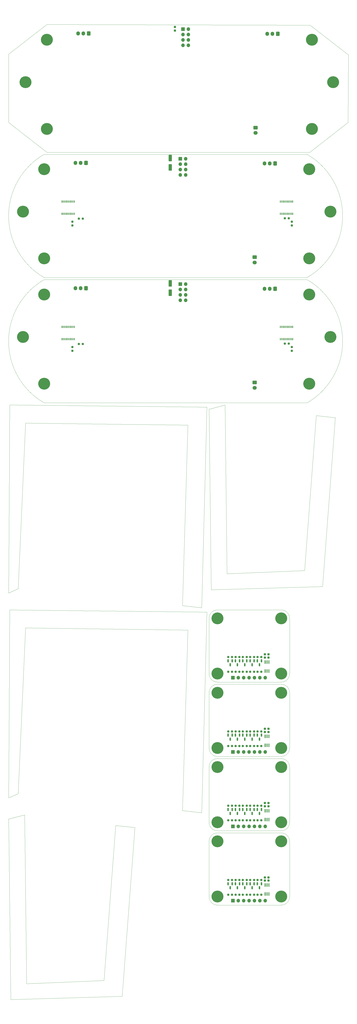
<source format=gbr>
%TF.GenerationSoftware,KiCad,Pcbnew,7.0.6-7.0.6~ubuntu20.04.1*%
%TF.CreationDate,2023-07-11T09:29:22+02:00*%
%TF.ProjectId,output_panel2023-07-11_072908.4244690000,6f757470-7574-45f7-9061-6e656c323032,rev?*%
%TF.SameCoordinates,Original*%
%TF.FileFunction,Soldermask,Bot*%
%TF.FilePolarity,Negative*%
%FSLAX45Y45*%
G04 Gerber Fmt 4.5, Leading zero omitted, Abs format (unit mm)*
G04 Created by KiCad (PCBNEW 7.0.6-7.0.6~ubuntu20.04.1) date 2023-07-11 09:29:22*
%MOMM*%
%LPD*%
G01*
G04 APERTURE LIST*
G04 Aperture macros list*
%AMRoundRect*
0 Rectangle with rounded corners*
0 $1 Rounding radius*
0 $2 $3 $4 $5 $6 $7 $8 $9 X,Y pos of 4 corners*
0 Add a 4 corners polygon primitive as box body*
4,1,4,$2,$3,$4,$5,$6,$7,$8,$9,$2,$3,0*
0 Add four circle primitives for the rounded corners*
1,1,$1+$1,$2,$3*
1,1,$1+$1,$4,$5*
1,1,$1+$1,$6,$7*
1,1,$1+$1,$8,$9*
0 Add four rect primitives between the rounded corners*
20,1,$1+$1,$2,$3,$4,$5,0*
20,1,$1+$1,$4,$5,$6,$7,0*
20,1,$1+$1,$6,$7,$8,$9,0*
20,1,$1+$1,$8,$9,$2,$3,0*%
G04 Aperture macros list end*
%TA.AperFunction,Profile*%
%ADD10C,0.100000*%
%TD*%
%TA.AperFunction,Profile*%
%ADD11C,0.050000*%
%TD*%
%ADD12C,5.600000*%
%ADD13RoundRect,0.250000X0.600000X0.725000X-0.600000X0.725000X-0.600000X-0.725000X0.600000X-0.725000X0*%
%ADD14O,1.700000X1.950000*%
%ADD15R,1.700000X1.700000*%
%ADD16O,1.700000X1.700000*%
%ADD17RoundRect,0.237500X-0.250000X-0.237500X0.250000X-0.237500X0.250000X0.237500X-0.250000X0.237500X0*%
%ADD18RoundRect,0.150000X-0.150000X0.587500X-0.150000X-0.587500X0.150000X-0.587500X0.150000X0.587500X0*%
%ADD19R,0.400000X1.000000*%
%ADD20RoundRect,0.237500X0.300000X0.237500X-0.300000X0.237500X-0.300000X-0.237500X0.300000X-0.237500X0*%
%ADD21RoundRect,0.237500X0.237500X-0.250000X0.237500X0.250000X-0.237500X0.250000X-0.237500X-0.250000X0*%
%ADD22RoundRect,0.250000X-0.750000X0.600000X-0.750000X-0.600000X0.750000X-0.600000X0.750000X0.600000X0*%
%ADD23O,2.000000X1.700000*%
%ADD24RoundRect,0.100000X-0.100000X0.712500X-0.100000X-0.712500X0.100000X-0.712500X0.100000X0.712500X0*%
%ADD25RoundRect,0.237500X0.250000X0.237500X-0.250000X0.237500X-0.250000X-0.237500X0.250000X-0.237500X0*%
%ADD26RoundRect,0.237500X-0.237500X0.300000X-0.237500X-0.300000X0.237500X-0.300000X0.237500X0.300000X0*%
%ADD27RoundRect,0.250000X-0.550000X1.250000X-0.550000X-1.250000X0.550000X-1.250000X0.550000X1.250000X0*%
G04 APERTURE END LIST*
D10*
X13299982Y-35019691D02*
X13299982Y-37619691D01*
D11*
X4549997Y-45067694D02*
X899996Y-45217694D01*
X99999Y-17969997D02*
X9399999Y-18069997D01*
D10*
X13299982Y-28019691D02*
X13299982Y-30619691D01*
D11*
X9149999Y-37169688D02*
X8249999Y-37069688D01*
D10*
X13299982Y-38519691D02*
X13299982Y-41119691D01*
X9899982Y-27619691D02*
X12899982Y-27619691D01*
D11*
X14123822Y-17870000D02*
G75*
G03*
X14123822Y-12070000I-1674316J2900000D01*
G01*
D10*
X12899982Y-34519692D02*
G75*
G03*
X13299982Y-34119691I-2J400002D01*
G01*
D11*
X49999Y-26819997D02*
X99999Y-17969997D01*
D10*
X16070000Y-1480000D02*
X16050000Y-4670000D01*
D11*
X1723822Y-12070000D02*
G75*
G03*
X1723822Y-17870000I1674316J-2900000D01*
G01*
D10*
X9499979Y-37619691D02*
G75*
G03*
X9899982Y-38019691I400001J1D01*
G01*
X1723822Y-6170000D02*
X14123822Y-6170000D01*
X1850000Y-50000D02*
X14270000Y-90000D01*
D11*
X49996Y-37467694D02*
X149997Y-45967694D01*
D10*
X9899982Y-34619691D02*
X12899982Y-34619691D01*
D11*
X899996Y-45217694D02*
X799996Y-37267694D01*
D10*
X9899982Y-38119692D02*
G75*
G03*
X9499982Y-38519691I-2J-399998D01*
G01*
D11*
X9399999Y-27719688D02*
X9149999Y-37169688D01*
D10*
X1850000Y-6070000D02*
X50000Y-4670000D01*
X13299979Y-38519691D02*
G75*
G03*
X12899982Y-38119691I-399999J1D01*
G01*
D11*
X499999Y-26619997D02*
X49999Y-26819997D01*
D10*
X14270000Y-90000D02*
X16070000Y-1480000D01*
X1723822Y-17870000D02*
X14123822Y-17870000D01*
X13299979Y-28019691D02*
G75*
G03*
X12899982Y-27619691I-399999J1D01*
G01*
X1723822Y-11970000D02*
X14123822Y-11970000D01*
X9899982Y-31119691D02*
X12899982Y-31119691D01*
D11*
X8499999Y-28569688D02*
X849999Y-28469688D01*
X849999Y-18819997D02*
X499999Y-26619997D01*
D10*
X14250000Y-6070000D02*
X1850000Y-6070000D01*
X1723822Y-12070000D02*
X14123822Y-12070000D01*
D11*
X14123822Y-11970000D02*
G75*
G03*
X14123822Y-6170000I-1674316J2900000D01*
G01*
D10*
X9899982Y-38119691D02*
X12899982Y-38119691D01*
X13299979Y-31519691D02*
G75*
G03*
X12899982Y-31119691I-399999J1D01*
G01*
D11*
X8249999Y-27419997D02*
X8499999Y-18919997D01*
D10*
X16050000Y-4670000D02*
X14250000Y-6070000D01*
X50000Y-1450000D02*
X1850000Y-50000D01*
X13299982Y-31519691D02*
X13299982Y-34119691D01*
X9499979Y-41119691D02*
G75*
G03*
X9899982Y-41519691I400001J1D01*
G01*
D11*
X10349978Y-25918311D02*
X10249978Y-17968311D01*
X9499978Y-18168311D02*
X9599978Y-26668311D01*
D10*
X13299979Y-35019691D02*
G75*
G03*
X12899982Y-34619691I-399999J1D01*
G01*
X9499979Y-30619691D02*
G75*
G03*
X9899982Y-31019691I400001J1D01*
G01*
X12899982Y-38019691D02*
X9899982Y-38019691D01*
D11*
X8249999Y-37069688D02*
X8499999Y-28569688D01*
X499999Y-36269688D02*
X49999Y-36469688D01*
D10*
X12899982Y-41519692D02*
G75*
G03*
X13299982Y-41119691I-2J400002D01*
G01*
D11*
X14549978Y-18468311D02*
X13999978Y-25768311D01*
X5399997Y-45817694D02*
X5999996Y-37867694D01*
X14849978Y-26518311D02*
X15449978Y-18568311D01*
X15449978Y-18568311D02*
X14549978Y-18468311D01*
D10*
X9499982Y-30619691D02*
X9499982Y-28019691D01*
D11*
X9149999Y-27519997D02*
X8249999Y-27419997D01*
D10*
X9499979Y-34119691D02*
G75*
G03*
X9899982Y-34519691I400001J1D01*
G01*
D11*
X13999978Y-25768311D02*
X10349978Y-25918311D01*
D10*
X9499982Y-37619691D02*
X9499982Y-35019691D01*
X9899982Y-34619692D02*
G75*
G03*
X9499982Y-35019691I-2J-399998D01*
G01*
X9899982Y-27619692D02*
G75*
G03*
X9499982Y-28019691I-2J-399998D01*
G01*
X9499982Y-34119691D02*
X9499982Y-31519691D01*
D11*
X49999Y-36469688D02*
X99999Y-27619688D01*
X99999Y-27619688D02*
X9399999Y-27719688D01*
X149997Y-45967694D02*
X5399997Y-45817694D01*
D10*
X12899982Y-34519691D02*
X9899982Y-34519691D01*
D11*
X1723822Y-6170000D02*
G75*
G03*
X1723822Y-11970000I1674316J-2900000D01*
G01*
X849999Y-28469688D02*
X499999Y-36269688D01*
D10*
X9899982Y-31119692D02*
G75*
G03*
X9499982Y-31519691I-2J-399998D01*
G01*
X12899982Y-31019692D02*
G75*
G03*
X13299982Y-30619691I-2J400002D01*
G01*
D11*
X8499999Y-18919997D02*
X849999Y-18819997D01*
D10*
X12899982Y-41519691D02*
X9899982Y-41519691D01*
D11*
X9399999Y-18069997D02*
X9149999Y-27519997D01*
D10*
X50000Y-4670000D02*
X50000Y-1450000D01*
X12899982Y-31019691D02*
X9899982Y-31019691D01*
D11*
X5099997Y-37767694D02*
X4549997Y-45067694D01*
X799996Y-37267694D02*
X49996Y-37467694D01*
D10*
X12899982Y-38019692D02*
G75*
G03*
X13299982Y-37619691I-2J400002D01*
G01*
D11*
X5999996Y-37867694D02*
X5099997Y-37767694D01*
X9599978Y-26668311D02*
X14849978Y-26518311D01*
D10*
X9499982Y-41119691D02*
X9499982Y-38519691D01*
D11*
X10249978Y-17968311D02*
X9499978Y-18168311D01*
D12*
X1850000Y-4970000D03*
X9899982Y-41119691D03*
X14350000Y-4970000D03*
X12899982Y-38519691D03*
X9899982Y-28019691D03*
X15350000Y-2770000D03*
X12899982Y-34119691D03*
X723822Y-8870000D03*
X1723822Y-11070000D03*
D13*
X12614222Y-12496200D03*
D14*
X12364222Y-12496200D03*
X12114222Y-12496200D03*
D15*
X10624982Y-37809691D03*
D16*
X10878982Y-37809691D03*
X11132982Y-37809691D03*
X11386982Y-37809691D03*
X11640982Y-37809691D03*
X11894982Y-37809691D03*
X12148982Y-37809691D03*
D12*
X15223822Y-8870000D03*
X12899982Y-31519691D03*
D13*
X3698822Y-6572500D03*
D14*
X3448822Y-6572500D03*
X3198822Y-6572500D03*
D12*
X1723822Y-16970000D03*
X14223822Y-6870000D03*
D15*
X10624982Y-34309691D03*
D16*
X10878982Y-34309691D03*
X11132982Y-34309691D03*
X11386982Y-34309691D03*
X11640982Y-34309691D03*
X11894982Y-34309691D03*
X12148982Y-34309691D03*
D15*
X10624982Y-30809691D03*
D16*
X10878982Y-30809691D03*
X11132982Y-30809691D03*
X11386982Y-30809691D03*
X11640982Y-30809691D03*
X11894982Y-30809691D03*
X12148982Y-30809691D03*
D12*
X15223822Y-14770000D03*
D15*
X8143822Y-12276000D03*
D16*
X8397822Y-12276000D03*
X8143822Y-12530000D03*
X8397822Y-12530000D03*
X8143822Y-12784000D03*
X8397822Y-12784000D03*
X8143822Y-13038000D03*
X8397822Y-13038000D03*
D12*
X1723822Y-6870000D03*
X850000Y-2770000D03*
D13*
X3698822Y-12472500D03*
D14*
X3448822Y-12472500D03*
X3198822Y-12472500D03*
D12*
X12899982Y-41119691D03*
D15*
X10624982Y-41309691D03*
D16*
X10878982Y-41309691D03*
X11132982Y-41309691D03*
X11386982Y-41309691D03*
X11640982Y-41309691D03*
X11894982Y-41309691D03*
X12148982Y-41309691D03*
D12*
X12899982Y-28019691D03*
X14223822Y-11070000D03*
X14223822Y-12770000D03*
X9899982Y-37619691D03*
X12899982Y-35019691D03*
X14350000Y-770000D03*
X9899982Y-35019691D03*
X9899982Y-31519691D03*
X9899982Y-38519691D03*
X14223822Y-16970000D03*
D13*
X12740400Y-496200D03*
D14*
X12490400Y-496200D03*
X12240400Y-496200D03*
D12*
X9899982Y-30619691D03*
X12899982Y-30619691D03*
X12899982Y-37619691D03*
D15*
X8143822Y-6376000D03*
D16*
X8397822Y-6376000D03*
X8143822Y-6630000D03*
X8397822Y-6630000D03*
X8143822Y-6884000D03*
X8397822Y-6884000D03*
X8143822Y-7138000D03*
X8397822Y-7138000D03*
D12*
X1723822Y-12770000D03*
X9899982Y-34119691D03*
D13*
X12614222Y-6596200D03*
D14*
X12364222Y-6596200D03*
X12114222Y-6596200D03*
D15*
X8270000Y-276000D03*
D16*
X8524000Y-276000D03*
X8270000Y-530000D03*
X8524000Y-530000D03*
X8270000Y-784000D03*
X8524000Y-784000D03*
X8270000Y-1038000D03*
X8524000Y-1038000D03*
D12*
X723822Y-14770000D03*
X1850000Y-770000D03*
D13*
X3825000Y-472500D03*
D14*
X3575000Y-472500D03*
X3325000Y-472500D03*
D17*
X11093732Y-40339691D03*
X11276232Y-40339691D03*
X10748732Y-37529691D03*
X10931232Y-37529691D03*
X11093732Y-30529691D03*
X11276232Y-30529691D03*
D18*
X10399982Y-33515941D03*
X10589982Y-33515941D03*
X10494982Y-33703441D03*
D17*
X10403732Y-30529691D03*
X10586232Y-30529691D03*
D19*
X13447322Y-14870000D03*
X13382322Y-14870000D03*
X13317322Y-14870000D03*
X13252322Y-14870000D03*
X13187322Y-14870000D03*
X13122322Y-14870000D03*
X13057322Y-14870000D03*
X12992322Y-14870000D03*
X12927322Y-14870000D03*
X12862322Y-14870000D03*
X12862322Y-14290000D03*
X12927322Y-14290000D03*
X12992322Y-14290000D03*
X13057322Y-14290000D03*
X13122322Y-14290000D03*
X13187322Y-14290000D03*
X13252322Y-14290000D03*
X13317322Y-14290000D03*
X13382322Y-14290000D03*
X13447322Y-14290000D03*
D18*
X11434982Y-30015941D03*
X11624982Y-30015941D03*
X11529982Y-30203441D03*
X11434982Y-40515941D03*
X11624982Y-40515941D03*
X11529982Y-40703441D03*
D20*
X12301232Y-36864691D03*
X12128732Y-36864691D03*
D17*
X11438732Y-36839691D03*
X11621232Y-36839691D03*
D20*
X12301232Y-29864691D03*
X12128732Y-29864691D03*
D18*
X11089982Y-33515941D03*
X11279982Y-33515941D03*
X11184982Y-33703441D03*
D17*
X11783732Y-30529691D03*
X11966232Y-30529691D03*
D18*
X11779982Y-40515941D03*
X11969982Y-40515941D03*
X11874982Y-40703441D03*
X10399982Y-37015941D03*
X10589982Y-37015941D03*
X10494982Y-37203441D03*
D17*
X11438732Y-40339691D03*
X11621232Y-40339691D03*
D18*
X11089982Y-37015941D03*
X11279982Y-37015941D03*
X11184982Y-37203441D03*
D20*
X12301232Y-33364691D03*
X12128732Y-33364691D03*
D17*
X11093732Y-33339691D03*
X11276232Y-33339691D03*
D21*
X13404822Y-9521250D03*
X13404822Y-9338750D03*
D17*
X10748732Y-30529691D03*
X10931232Y-30529691D03*
D20*
X12301232Y-40364691D03*
X12128732Y-40364691D03*
D22*
X11651322Y-16910000D03*
D23*
X11651322Y-17160000D03*
D24*
X12128732Y-37073441D03*
X12193732Y-37073441D03*
X12258732Y-37073441D03*
X12323732Y-37073441D03*
X12323732Y-37495941D03*
X12258732Y-37495941D03*
X12193732Y-37495941D03*
X12128732Y-37495941D03*
D18*
X11779982Y-33515941D03*
X11969982Y-33515941D03*
X11874982Y-33703441D03*
X11434982Y-37015941D03*
X11624982Y-37015941D03*
X11529982Y-37203441D03*
D17*
X10748732Y-40339691D03*
X10931232Y-40339691D03*
D20*
X12301232Y-40214691D03*
X12128732Y-40214691D03*
X12301232Y-36714691D03*
X12128732Y-36714691D03*
D17*
X10748732Y-29839691D03*
X10931232Y-29839691D03*
X11783732Y-37529691D03*
X11966232Y-37529691D03*
D20*
X12301232Y-29714691D03*
X12128732Y-29714691D03*
D22*
X11690000Y-4910000D03*
D23*
X11690000Y-5160000D03*
D24*
X12128732Y-33573441D03*
X12193732Y-33573441D03*
X12258732Y-33573441D03*
X12323732Y-33573441D03*
X12323732Y-33995941D03*
X12258732Y-33995941D03*
X12193732Y-33995941D03*
X12128732Y-33995941D03*
D17*
X10403732Y-29839691D03*
X10586232Y-29839691D03*
X11783732Y-33339691D03*
X11966232Y-33339691D03*
X11783732Y-41029691D03*
X11966232Y-41029691D03*
X11093732Y-37529691D03*
X11276232Y-37529691D03*
X11093732Y-29839691D03*
X11276232Y-29839691D03*
D18*
X10744982Y-40515941D03*
X10934982Y-40515941D03*
X10839982Y-40703441D03*
D17*
X10403732Y-37529691D03*
X10586232Y-37529691D03*
D24*
X12128732Y-30073441D03*
X12193732Y-30073441D03*
X12258732Y-30073441D03*
X12323732Y-30073441D03*
X12323732Y-30495941D03*
X12258732Y-30495941D03*
X12193732Y-30495941D03*
X12128732Y-30495941D03*
D18*
X10399982Y-40515941D03*
X10589982Y-40515941D03*
X10494982Y-40703441D03*
D17*
X10403732Y-33339691D03*
X10586232Y-33339691D03*
D21*
X3054822Y-15421250D03*
X3054822Y-15238750D03*
D17*
X10403732Y-41029691D03*
X10586232Y-41029691D03*
X10748732Y-36839691D03*
X10931232Y-36839691D03*
X11438732Y-41029691D03*
X11621232Y-41029691D03*
X10403732Y-36839691D03*
X10586232Y-36839691D03*
X13073572Y-9180000D03*
X13256072Y-9180000D03*
D22*
X11651322Y-11010000D03*
D23*
X11651322Y-11260000D03*
D18*
X10399982Y-30015941D03*
X10589982Y-30015941D03*
X10494982Y-30203441D03*
D25*
X3546072Y-15100000D03*
X3363572Y-15100000D03*
D17*
X11438732Y-33339691D03*
X11621232Y-33339691D03*
X10403732Y-34029691D03*
X10586232Y-34029691D03*
D18*
X11089982Y-30015941D03*
X11279982Y-30015941D03*
X11184982Y-30203441D03*
D17*
X11783732Y-40339691D03*
X11966232Y-40339691D03*
D19*
X3147322Y-14870000D03*
X3082322Y-14870000D03*
X3017322Y-14870000D03*
X2952322Y-14870000D03*
X2887322Y-14870000D03*
X2822322Y-14870000D03*
X2757322Y-14870000D03*
X2692322Y-14870000D03*
X2627322Y-14870000D03*
X2562322Y-14870000D03*
X2562322Y-14290000D03*
X2627322Y-14290000D03*
X2692322Y-14290000D03*
X2757322Y-14290000D03*
X2822322Y-14290000D03*
X2887322Y-14290000D03*
X2952322Y-14290000D03*
X3017322Y-14290000D03*
X3082322Y-14290000D03*
X3147322Y-14290000D03*
D17*
X11093732Y-36839691D03*
X11276232Y-36839691D03*
D26*
X7890000Y-170000D03*
X7890000Y-342500D03*
D17*
X11783732Y-29839691D03*
X11966232Y-29839691D03*
D27*
X7666822Y-6347000D03*
X7666822Y-6787000D03*
D18*
X11089982Y-40515941D03*
X11279982Y-40515941D03*
X11184982Y-40703441D03*
D17*
X10748732Y-33339691D03*
X10931232Y-33339691D03*
D19*
X13447322Y-8970000D03*
X13382322Y-8970000D03*
X13317322Y-8970000D03*
X13252322Y-8970000D03*
X13187322Y-8970000D03*
X13122322Y-8970000D03*
X13057322Y-8970000D03*
X12992322Y-8970000D03*
X12927322Y-8970000D03*
X12862322Y-8970000D03*
X12862322Y-8390000D03*
X12927322Y-8390000D03*
X12992322Y-8390000D03*
X13057322Y-8390000D03*
X13122322Y-8390000D03*
X13187322Y-8390000D03*
X13252322Y-8390000D03*
X13317322Y-8390000D03*
X13382322Y-8390000D03*
X13447322Y-8390000D03*
D18*
X10744982Y-30015941D03*
X10934982Y-30015941D03*
X10839982Y-30203441D03*
D17*
X11438732Y-34029691D03*
X11621232Y-34029691D03*
D21*
X13404822Y-15421250D03*
X13404822Y-15238750D03*
D25*
X3546072Y-9200000D03*
X3363572Y-9200000D03*
D20*
X12301232Y-33214691D03*
X12128732Y-33214691D03*
D17*
X11438732Y-37529691D03*
X11621232Y-37529691D03*
X10748732Y-41029691D03*
X10931232Y-41029691D03*
D18*
X10744982Y-37015941D03*
X10934982Y-37015941D03*
X10839982Y-37203441D03*
D27*
X7666822Y-12247000D03*
X7666822Y-12687000D03*
D24*
X12128732Y-40573441D03*
X12193732Y-40573441D03*
X12258732Y-40573441D03*
X12323732Y-40573441D03*
X12323732Y-40995941D03*
X12258732Y-40995941D03*
X12193732Y-40995941D03*
X12128732Y-40995941D03*
D17*
X11783732Y-36839691D03*
X11966232Y-36839691D03*
X11438732Y-29839691D03*
X11621232Y-29839691D03*
D21*
X3054822Y-9521250D03*
X3054822Y-9338750D03*
D18*
X11779982Y-30015941D03*
X11969982Y-30015941D03*
X11874982Y-30203441D03*
D17*
X11093732Y-34029691D03*
X11276232Y-34029691D03*
D18*
X10744982Y-33515941D03*
X10934982Y-33515941D03*
X10839982Y-33703441D03*
D17*
X11783732Y-34029691D03*
X11966232Y-34029691D03*
D18*
X11434982Y-33515941D03*
X11624982Y-33515941D03*
X11529982Y-33703441D03*
D17*
X10403732Y-40339691D03*
X10586232Y-40339691D03*
D18*
X11779982Y-37015941D03*
X11969982Y-37015941D03*
X11874982Y-37203441D03*
D17*
X11438732Y-30529691D03*
X11621232Y-30529691D03*
X11093732Y-41029691D03*
X11276232Y-41029691D03*
X13073572Y-15080000D03*
X13256072Y-15080000D03*
D19*
X3147322Y-8970000D03*
X3082322Y-8970000D03*
X3017322Y-8970000D03*
X2952322Y-8970000D03*
X2887322Y-8970000D03*
X2822322Y-8970000D03*
X2757322Y-8970000D03*
X2692322Y-8970000D03*
X2627322Y-8970000D03*
X2562322Y-8970000D03*
X2562322Y-8390000D03*
X2627322Y-8390000D03*
X2692322Y-8390000D03*
X2757322Y-8390000D03*
X2822322Y-8390000D03*
X2887322Y-8390000D03*
X2952322Y-8390000D03*
X3017322Y-8390000D03*
X3082322Y-8390000D03*
X3147322Y-8390000D03*
D17*
X10748732Y-34029691D03*
X10931232Y-34029691D03*
M02*

</source>
